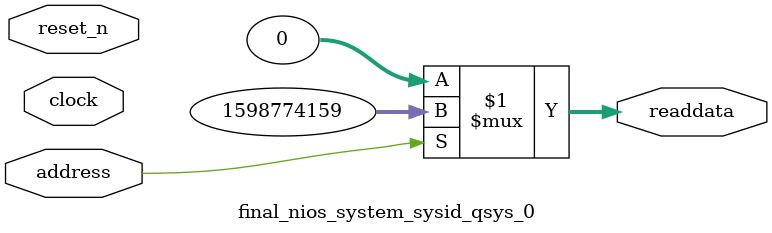
<source format=v>



// synthesis translate_off
`timescale 1ns / 1ps
// synthesis translate_on

// turn off superfluous verilog processor warnings 
// altera message_level Level1 
// altera message_off 10034 10035 10036 10037 10230 10240 10030 

module final_nios_system_sysid_qsys_0 (
               // inputs:
                address,
                clock,
                reset_n,

               // outputs:
                readdata
             )
;

  output  [ 31: 0] readdata;
  input            address;
  input            clock;
  input            reset_n;

  wire    [ 31: 0] readdata;
  //control_slave, which is an e_avalon_slave
  assign readdata = address ? 1598774159 : 0;

endmodule



</source>
